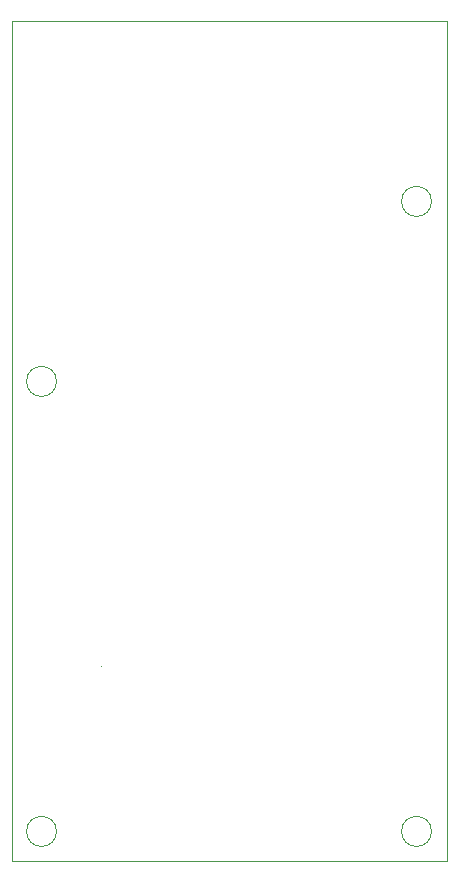
<source format=gm1>
G04 #@! TF.GenerationSoftware,KiCad,Pcbnew,6.0.1-79c1e3a40b~116~ubuntu20.04.1*
G04 #@! TF.CreationDate,2022-02-01T23:26:22-08:00*
G04 #@! TF.ProjectId,Laser_Tag,4c617365-725f-4546-9167-2e6b69636164,2-1-22*
G04 #@! TF.SameCoordinates,Original*
G04 #@! TF.FileFunction,Profile,NP*
%FSLAX46Y46*%
G04 Gerber Fmt 4.6, Leading zero omitted, Abs format (unit mm)*
G04 Created by KiCad (PCBNEW 6.0.1-79c1e3a40b~116~ubuntu20.04.1) date 2022-02-01 23:26:22*
%MOMM*%
%LPD*%
G01*
G04 APERTURE LIST*
G04 #@! TA.AperFunction,Profile*
%ADD10C,0.100000*%
G04 #@! TD*
G04 APERTURE END LIST*
D10*
X102870000Y-80010000D02*
X139700000Y-80010000D01*
X106680000Y-148590000D02*
G75*
G03*
X106680000Y-148590000I-1270000J0D01*
G01*
X139700000Y-80010000D02*
X139700000Y-151130000D01*
X139700000Y-151130000D02*
X102870000Y-151130000D01*
X138430000Y-95250000D02*
G75*
G03*
X138430000Y-95250000I-1270000J0D01*
G01*
X102870000Y-151130000D02*
X102870000Y-80010000D01*
X106680000Y-110490000D02*
G75*
G03*
X106680000Y-110490000I-1270000J0D01*
G01*
X110490001Y-134620000D02*
G75*
G03*
X110490001Y-134620000I-1J0D01*
G01*
X138430000Y-148590000D02*
G75*
G03*
X138430000Y-148590000I-1270000J0D01*
G01*
M02*

</source>
